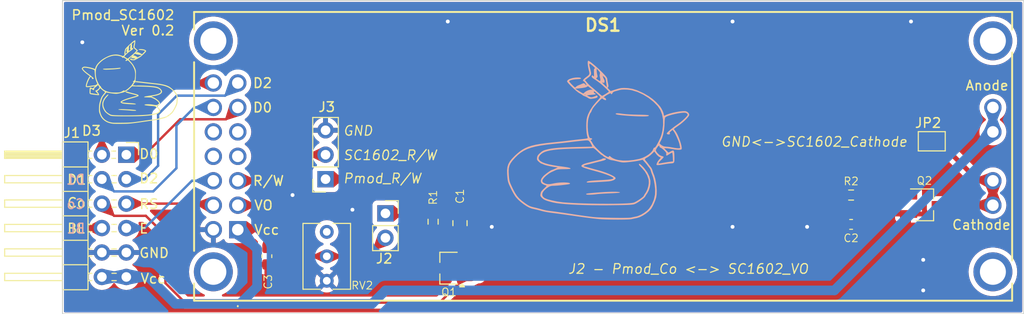
<source format=kicad_pcb>
(kicad_pcb (version 20240108) (generator "pcbnew") (generator_version "8.0")
  (layers (0 "F.Cu" signal) (31 "B.Cu" signal) (34 "B.Paste" user) (35 "F.Paste" user) (36 "B.SilkS" user "B.Silkscreen") (37 "F.SilkS" user "F.Silkscreen") (38 "B.Mask" user) (39 "F.Mask" user) (44 "Edge.Cuts" user))
  (net 0 "")
  (net 1 "GND")
  (net 2 "Net-(Q2-B)")
  (net 3 "VCC")
  (net 4 "Net-(DS1-VO)")
  (net 5 "/RS")
  (net 6 "Net-(JP2-A)")
  (net 7 "Net-(DS1-E)")
  (net 12 "/D0")
  (net 13 "/D3")
  (net 14 "/D2")
  (net 15 "/D1")
  (net 16 "/BackLight")
  (net 17 "/Contrast")
  (net 18 "Net-(J1-Pin_9)")
  (net 20 "Net-(J2-Pin_1)")
  (net 21 "/R{slash}W")
  (footprint "Connector_PinSocket_2.54mm:PinSocket_1x02_P2.54mm_Vertical" (layer "F.Cu") (at 120.777 96.393)
    (property "Reference" "J2" (at -0.127 4.699 0) (layer "F.SilkS"))
    (property "Value" "Conn_01x02")
    (pad "1" thru_hole rect (at 0 0) (size 1.7 1.7) (drill 1) (layers "*.Cu" "*.Mask") (net 20 "Net-(J2-Pin_1)"))
    (pad "2" thru_hole oval (at 0 2.54) (size 1.7 1.7) (drill 1) (layers "*.Cu" "*.Mask") (net 4 "Net-(DS1-VO)"))
  )
  (footprint "Capacitor_SMD:C_0603_1608Metric_Pad1.08x0.95mm_HandSolder" (layer "F.Cu") (at 169.164 97.536 180)
    (property "Reference" "C2" (at 0 -1.43 0) (layer "F.SilkS") (effects (font (size 0.8 0.8) (thickness 0.1))))
    (property "Value" "1u")
    (pad "1" smd roundrect (at -0.8625 0 180) (size 1.075 0.95) (layers "F.Cu" "F.Paste" "F.Mask") (net 2 "Net-(Q2-B)"))
    (pad "2" smd roundrect (at 0.8625 0 180) (size 1.075 0.95) (layers "F.Cu" "F.Paste" "F.Mask") (net 1 "GND"))
  )
  (footprint "Potentiometer_THT:Potentiometer_Vishay_T73XW_Horizontal" (layer "F.Cu") (at 114.681 98.313)
    (property "Reference" "RV2" (at 3.683 5.573 0) (layer "F.SilkS") (effects (font (size 0.8 0.8) (thickness 0.1))))
    (property "Value" "R_Potentiometer_Small")
    (pad "1" thru_hole circle (at 0 0) (size 1.44 1.44) (drill 0.8) (layers "*.Cu" "*.Mask"))
    (pad "2" thru_hole circle (at 0 2.54) (size 1.44 1.44) (drill 0.8) (layers "*.Cu" "*.Mask") (net 4 "Net-(DS1-VO)"))
    (pad "3" thru_hole circle (at 0 5.08) (size 1.44 1.44) (drill 0.8) (layers "*.Cu" "*.Mask") (net 1 "GND"))
  )
  (footprint "MyLibrary:Pmod" (layer "F.Cu") (at 82.553 90.297)
    (property "Reference" "J1" (at 5.645 -2.27 0) (layer "F.SilkS"))
    (property "Value" "Pmod_Header" (hide yes))
    (pad "1" thru_hole rect (at 11.3 0) (size 1.7 1.7) (drill 1) (layers "*.Cu" "*.Mask") (net 12 "/D0"))
    (pad "2" thru_hole oval (at 11.3 2.54) (size 1.7 1.7) (drill 1) (layers "*.Cu" "*.Mask") (net 14 "/D2"))
    (pad "3" thru_hole oval (at 11.3 5.08) (size 1.7 1.7) (drill 1) (layers "*.Cu" "*.Mask") (net 5 "/RS"))
    (pad "4" thru_hole oval (at 11.3 7.62) (size 1.7 1.7) (drill 1) (layers "*.Cu" "*.Mask") (net 7 "Net-(DS1-E)"))
    (pad "5" thru_hole oval (at 11.3 10.16) (size 1.7 1.7) (drill 1) (layers "*.Cu" "*.Mask") (net 1 "GND"))
    (pad "6" thru_hole oval (at 11.3 12.7) (size 1.7 1.7) (drill 1) (layers "*.Cu" "*.Mask") (net 3 "VCC"))
    (pad "7" thru_hole oval (at 8.76 0) (size 1.7 1.7) (drill 1) (layers "*.Cu" "*.Mask") (net 13 "/D3"))
    (pad "8" thru_hole oval (at 8.76 2.54) (size 1.7 1.7) (drill 1) (layers "*.Cu" "*.Mask") (net 15 "/D1"))
    (pad "9" thru_hole oval (at 8.76 5.08) (size 1.7 1.7) (drill 1) (layers "*.Cu" "*.Mask") (net 18 "Net-(J1-Pin_9)"))
    (pad "10" thru_hole oval (at 8.76 7.62) (size 1.7 1.7) (drill 1) (layers "*.Cu" "*.Mask") (net 16 "/BackLight"))
    (pad "11" thru_hole oval (at 8.76 10.16) (size 1.7 1.7) (drill 1) (layers "*.Cu" "*.Mask") (net 1 "GND"))
    (pad "12" thru_hole oval (at 8.76 12.7) (size 1.7 1.7) (drill 1) (layers "*.Cu" "*.Mask") (net 3 "VCC"))
  )
  (footprint "Package_TO_SOT_SMD:SC-59_Handsoldering" (layer "F.Cu") (at 176.784 95.504)
    (property "Reference" "Q2" (at 0 -2.5 0) (layer "F.SilkS") (effects (font (size 0.8 0.8) (thickness 0.1))))
    (property "Value" "Q_NPN_BEC")
    (pad "1" smd rect (at -1.65 -0.95) (size 1.8 0.8) (layers "F.Cu" "F.Paste" "F.Mask") (net 2 "Net-(Q2-B)"))
    (pad "2" smd rect (at -1.65 0.95) (size 1.8 0.8) (layers "F.Cu" "F.Paste" "F.Mask") (net 1 "GND"))
    (pad "3" smd rect (at 1.65 0) (size 1.8 0.8) (layers "F.Cu" "F.Paste" "F.Mask") (net 6 "Net-(JP2-A)"))
  )
  (footprint "Capacitor_SMD:C_0603_1608Metric_Pad1.08x0.95mm_HandSolder" (layer "F.Cu") (at 108.458 100.838 -90)
    (property "Reference" "C3" (at 2.667 -0.127 90) (layer "F.SilkS") (effects (font (size 0.8 0.8) (thickness 0.1))))
    (property "Value" "1u")
    (pad "1" smd roundrect (at -0.8625 0 270) (size 1.075 0.95) (layers "F.Cu" "F.Paste" "F.Mask") (net 3 "VCC"))
    (pad "2" smd roundrect (at 0.8625 0 270) (size 1.075 0.95) (layers "F.Cu" "F.Paste" "F.Mask") (net 1 "GND"))
  )
  (footprint "Capacitor_SMD:C_0805_2012Metric_Pad1.18x1.45mm_HandSolder" (layer "F.Cu") (at 128.524 97.407 -90)
    (property "Reference" "C1" (at -2.792 0 90) (layer "F.SilkS") (effects (font (size 0.8 0.8) (thickness 0.1))))
    (property "Value" "10u")
    (pad "1" smd roundrect (at -1.0375 0 270) (size 1.175 1.45) (layers "F.Cu" "F.Paste" "F.Mask") (roundrect_rratio 0.212766) (net 20 "Net-(J2-Pin_1)"))
    (pad "2" smd roundrect (at 1.0375 0 270) (size 1.175 1.45) (layers "F.Cu" "F.Paste" "F.Mask") (roundrect_rratio 0.212766) (net 1 "GND"))
  )
  (footprint "Resistor_SMD:R_0603_1608Metric_Pad0.98x0.95mm_HandSolder" (layer "F.Cu") (at 125.73 97.2585 90)
    (property "Reference" "R1" (at 2.5165 0 270) (layer "F.SilkS") (effects (font (size 0.8 0.8) (thickness 0.1))))
    (property "Value" "4.7k")
    (pad "1" smd roundrect (at -0.9125 0 90) (size 0.975 0.95) (layers "F.Cu" "F.Paste" "F.Mask") (net 17 "/Contrast"))
    (pad "2" smd roundrect (at 0.9125 0 90) (size 0.975 0.95) (layers "F.Cu" "F.Paste" "F.Mask") (net 20 "Net-(J2-Pin_1)"))
  )
  (footprint "Connector_PinSocket_2.54mm:PinSocket_1x03_P2.54mm_Vertical" (layer "F.Cu") (at 114.554 92.837 180)
    (property "Reference" "J3" (at -0.127 7.493 180) (layer "F.SilkS"))
    (property "Value" "Conn_01x03")
    (pad "1" thru_hole rect (at 0 0 180) (size 1.7 1.7) (drill 1) (layers "*.Cu" "*.Mask") (net 18 "Net-(J1-Pin_9)"))
    (pad "2" thru_hole oval (at 0 2.54 180) (size 1.7 1.7) (drill 1) (layers "*.Cu" "*.Mask") (net 21 "/R{slash}W"))
    (pad "3" thru_hole oval (at 0 5.08 180) (size 1.7 1.7) (drill 1) (layers "*.Cu" "*.Mask") (net 1 "GND"))
  )
  (footprint "samacsys:SC1602B" (layer "F.Cu") (at 105.436 98.0836)
    (property "Reference" "DS1" (at 37.947 -21.2486 0) (layer "F.SilkS") (effects (font (size 1.27 1.27) (thickness 0.254))))
    (property "Value" "SC1602B" (hide yes))
    (pad "1" thru_hole rect (at 0 0) (size 1.8 1.8) (drill 1.2) (layers "*.Cu" "*.Mask") (net 3 "VCC"))
    (pad "2" thru_hole circle (at -2.54 0) (size 1.8 1.8) (drill 1.2) (layers "*.Cu" "*.Mask") (net 1 "GND"))
    (pad "3" thru_hole circle (at 0 -2.54) (size 1.8 1.8) (drill 1.2) (layers "*.Cu" "*.Mask") (net 4 "Net-(DS1-VO)"))
    (pad "4" thru_hole circle (at -2.54 -2.54) (size 1.8 1.8) (drill 1.2) (layers "*.Cu" "*.Mask") (net 5 "/RS"))
    (pad "5" thru_hole circle (at 0 -5.08) (size 1.8 1.8) (drill 1.2) (layers "*.Cu" "*.Mask") (net 21 "/R{slash}W"))
    (pad "6" thru_hole circle (at -2.54 -5.08) (size 1.8 1.8) (drill 1.2) (layers "*.Cu" "*.Mask") (net 7 "Net-(DS1-E)"))
    (pad "7" thru_hole circle (at 0 -7.62) (size 1.8 1.8) (drill 1.2) (layers "*.Cu" "*.Mask"))
    (pad "8" thru_hole circle (at -2.54 -7.62) (size 1.8 1.8) (drill 1.2) (layers "*.Cu" "*.Mask"))
    (pad "9" thru_hole circle (at 0 -10.16) (size 1.8 1.8) (drill 1.2) (layers "*.Cu" "*.Mask"))
    (pad "10" thru_hole circle (at -2.54 -10.16) (size 1.8 1.8) (drill 1.2) (layers "*.Cu" "*.Mask"))
    (pad "11" thru_hole circle (at 0 -12.7) (size 1.8 1.8) (drill 1.2) (layers "*.Cu" "*.Mask") (net 12 "/D0"))
    (pad "12" thru_hole circle (at -2.54 -12.7) (size 1.8 1.8) (drill 1.2) (layers "*.Cu" "*.Mask") (net 15 "/D1"))
    (pad "13" thru_hole circle (at 0 -15.24) (size 1.8 1.8) (drill 1.2) (layers "*.Cu" "*.Mask") (net 14 "/D2"))
    (pad "14" thru_hole circle (at -2.54 -15.24) (size 1.8 1.8) (drill 1.2) (layers "*.Cu" "*.Mask") (net 13 "/D3"))
    (pad "A1" thru_hole circle (at 78.46 -12.7) (size 1.8 1.8) (drill 1.2) (layers "*.Cu" "*.Mask") (net 3 "VCC"))
    (pad "A2" thru_hole circle (at 78.46 -10.16) (size 1.8 1.8) (drill 1.2) (layers "*.Cu" "*.Mask") (net 3 "VCC"))
    (pad "K1" thru_hole circle (at 78.46 -5.08) (size 1.8 1.8) (drill 1.2) (layers "*.Cu" "*.Mask") (net 6 "Net-(JP2-A)"))
    (pad "K2" thru_hole circle (at 78.46 -2.54) (size 1.8 1.8) (drill 1.2) (layers "*.Cu" "*.Mask") (net 6 "Net-(JP2-A)"))
    (pad "MH1" thru_hole circle (at -2.54 4.38) (size 4.05 4.05) (drill 2.7) (layers "*.Cu" "*.Mask"))
    (pad "MH2" thru_hole circle (at -2.54 -19.62) (size 4.05 4.05) (drill 2.7) (layers "*.Cu" "*.Mask"))
    (pad "MH3" thru_hole circle (at 78.46 -19.62) (size 4.05 4.05) (drill 2.7) (layers "*.Cu" "*.Mask"))
    (pad "MH4" thru_hole circle (at 78.46 4.38) (size 4.05 4.05) (drill 2.7) (layers "*.Cu" "*.Mask"))
  )
  (footprint "MyLibrary:logo_kamo_ss" (layer "F.Cu") (at 94.107 82.804)
    (property "Reference" "G***" (hide yes))
    (property "Value" "LOGO" (hide yes))
  )
  (footprint "Resistor_SMD:R_0603_1608Metric_Pad0.98x0.95mm_HandSolder" (layer "F.Cu") (at 169.164 94.488)
    (property "Reference" "R2" (at 0 -1.43 0) (layer "F.SilkS") (effects (font (size 0.8 0.8) (thickness 0.1))))
    (property "Value" "4.7k")
    (pad "1" smd roundrect (at -0.9125 0) (size 0.975 0.95) (layers "F.Cu" "F.Paste" "F.Mask") (net 16 "/BackLight"))
    (pad "2" smd roundrect (at 0.9125 0) (size 0.975 0.95) (layers "F.Cu" "F.Paste" "F.Mask") (net 2 "Net-(Q2-B)"))
  )
  (footprint "Jumper:SolderJumper-2_P1.3mm_Open_TrianglePad1.0x1.5mm" (layer "F.Cu") (at 177.546 88.9 180)
    (property "Reference" "JP2" (at 0.381 1.905 180) (layer "F.SilkS"))
    (property "Value" "SolderJumper_2_Open")
    (pad "1" smd custom (at -0.725 0 180) (size 0.3 0.3) (layers "F.Cu" "F.Mask") (net 6 "Net-(JP2-A)") (options (clearance outline) (anchor rect)) (primitives (gr_poly (pts (xy 1 0) (xy 0.5 0.75) (xy -0.5 0.75) (xy -0.5 -0.75) (xy 0.5 -0.75)) (width 0) (fill yes))))
    (pad "2" smd custom (at 0.725 0 180) (size 0.3 0.3) (layers "F.Cu" "F.Mask") (net 1 "GND") (options (clearance outline) (anchor rect)) (primitives (gr_poly (pts (xy 0.5 0.75) (xy -0.65 0.75) (xy -0.15 0) (xy -0.65 -0.75) (xy 0.5 -0.75)) (width 0) (fill yes))))
  )
  (footprint "Package_TO_SOT_SMD:SC-59_Handsoldering" (layer "F.Cu") (at 127.381 102.0845 180)
    (property "Reference" "Q1" (at 0 -2.5 180) (layer "F.SilkS") (effects (font (size 0.8 0.8) (thickness 0.1))))
    (property "Value" "Q_NPN_BEC")
    (pad "1" smd roundrect (at -1.65 -0.95 180) (size 1.8 0.8) (layers "F.Cu" "F.Paste" "F.Mask") (net 18 "Net-(J1-Pin_9)"))
    (pad "2" smd roundrect (at -1.65 0.95 180) (size 1.8 0.8) (layers "F.Cu" "F.Paste" "F.Mask") (net 1 "GND"))
    (pad "3" smd roundrect (at 1.65 0 180) (size 1.8 0.8) (layers "F.Cu" "F.Paste" "F.Mask") (net 17 "/Contrast"))
  )
  (footprint "MyLibrary:kamo20" (layer "B.Cu") (at 143.002 89.789 180)
    (property "Reference" "G***" (hide yes))
    (property "Value" "LOGO" (hide yes))
  )
  (gr_rect (start 87.2236 74.2696) (end 187.0964 106.8324) (stroke (width 0.1)) (fill none) (layer "Edge.Cuts"))
  (gr_text "Co" (at 89.662 96.012 0) (layer "B.SilkS") (effects (font (size 1 1)) (justify left bottom mirror)))
  (gr_text "BL" (at 89.662 98.552 0) (layer "B.SilkS") (effects (font (size 1 1)) (justify left bottom mirror)))
  (gr_text "D1" (at 89.662 93.472 0) (layer "B.SilkS") (effects (font (size 1 1)) (justify left bottom mirror)))
  (gr_text "GND" (at 95.123 101.092 0) (layer "F.SilkS") (effects (font (size 1 1)) (justify left bottom)))
  (gr_text "RS" (at 95.123 96.012 0) (layer "F.SilkS") (effects (font (size 1 1)) (justify left bottom)))
  (gr_text "E" (at 95.123 98.552 0) (layer "F.SilkS") (effects (font (size 1 1)) (justify left bottom)))
  (gr_text "Pmod_R/W" (at 116.332 93.345 0) (layer "F.SilkS") (effects (font (size 1 1) (thickness 0.125) (italic yes)) (justify left bottom)))
  (gr_text "D1" (at 87.63 93.472 0) (layer "F.SilkS") (effects (font (size 1 1)) (justify left bottom)))
  (gr_text "Anode" (at 180.975 83.693 0) (layer "F.SilkS") (effects (font (size 1 1)) (justify left bottom)))
  (gr_text "Pmod_SC1602\n    Ver 0.2" (at 98.933 77.978 0) (layer "F.SilkS") (effects (font (size 1 1)) (justify right bottom)))
  (gr_text "Vcc" (at 95.25 103.759 0) (layer "F.SilkS") (effects (font (size 1 1)) (justify left bottom)))
  (gr_text "Cathode" (at 179.578 98.171 0) (layer "F.SilkS") (effects (font (size 1 1)) (justify left bottom)))
  (gr_text "VO" (at 107.061 96.139 0) (layer "F.SilkS") (effects (font (size 1 1)) (justify left bottom)))
  (gr_text "Vcc" (at 107.061 98.679 0) (layer "F.SilkS") (effects (font (size 1 1)) (justify left bottom)))
  (gr_text "D2" (at 95.123 93.345 0) (layer "F.SilkS") (effects (font (size 1 1)) (justify left bottom)))
  (gr_text "BL" (at 87.63 98.552 0) (layer "F.SilkS") (effects (font (size 1 1)) (justify left bottom)))
  (gr_text "SC1602_R/W" (at 116.332 90.932 0) (layer "F.SilkS") (effects (font (size 1 1) (thickness 0.125) (italic yes)) (justify left bottom)))
  (gr_text "R/W" (at 106.934 93.599 0) (layer "F.SilkS") (effects (font (size 1 1)) (justify left bottom)))
  (gr_text "GND<->SC1602_Cathode" (at 155.575 89.535 0) (layer "F.SilkS") (effects (font (size 1 1) (thickness 0.125) (italic yes)) (justify left bottom)))
  (gr_text "D0" (at 95.123 90.805 0) (layer "F.SilkS") (effects (font (size 1 1)) (justify left bottom)))
  (gr_text "J2 - Pmod_Co <-> SC1602_VO" (at 139.7 102.743 0) (layer "F.SilkS") (effects (font (size 1 1) (thickness 0.125) (italic yes)) (justify left bottom)))
  (gr_text "D0" (at 106.934 85.979 0) (layer "F.SilkS") (effects (font (size 1 1)) (justify left bottom)))
  (gr_text "D3" (at 89.154 88.392 0) (layer "F.SilkS") (effects (font (size 1 1)) (justify left bottom)))
  (gr_text "Co" (at 87.63 95.885 0) (layer "F.SilkS") (effects (font (size 1 1)) (justify left bottom)))
  (gr_text "GND" (at 116.332 88.392 0) (layer "F.SilkS") (effects (font (size 1 1) (thickness 0.125) (italic yes)) (justify left bottom)))
  (gr_text "D2" (at 106.934 83.439 0) (layer "F.SilkS") (effects (font (size 1 1)) (justify left bottom)))
  (via (at 89.281 78.613) (size 0.8) (drill 0.4) (layers "F.Cu" "B.Cu") (net 1))
  (via (at 176.657 104.394) (size 0.8) (drill 0.4) (layers "F.Cu" "B.Cu") (net 1))
  (via (at 175.387 76.454) (size 0.8) (drill 0.4) (layers "F.Cu" "B.Cu") (net 1))
  (via (at 156.845 97.79) (size 0.8) (drill 0.4) (layers "F.Cu" "B.Cu") (net 1))
  (via (at 176.657 101.219) (size 0.8) (drill 0.4) (layers "F.Cu" "B.Cu") (net 1))
  (via (at 117.348 96.012) (size 0.8) (drill 0.4) (layers "F.Cu" "B.Cu") (net 1))
  (via (at 111.125 94.488) (size 0.8) (drill 0.4) (layers "F.Cu" "B.Cu") (net 1))
  (via (at 131.826 97.79) (size 0.8) (drill 0.4) (layers "F.Cu" "B.Cu") (net 1))
  (via (at 127.254 76.454) (size 0.8) (drill 0.4) (layers "F.Cu" "B.Cu") (net 1))
  (via (at 156.845 76.454) (size 0.8) (drill 0.4) (layers "F.Cu" "B.Cu") (net 1))
  (via (at 164.592 97.79) (size 0.8) (drill 0.4) (layers "F.Cu" "B.Cu") (net 1))
  (segment (start 170.0765 94.488) (end 170.1425 94.554) (width 0.25) (layer "F.Cu") (net 2))
  (segment (start 170.0265 94.538) (end 170.0765 94.488) (width 0.25) (layer "F.Cu") (net 2))
  (segment (start 170.1425 94.554) (end 175.134 94.554) (width 0.25) (layer "F.Cu") (net 2))
  (segment (start 170.0265 97.536) (end 170.0265 94.538) (width 0.25) (layer "F.Cu") (net 2))
  (segment (start 108.458 99.9755) (end 108.458 99.187) (width 0.5) (layer "F.Cu") (net 3))
  (segment (start 107.3546 98.0836) (end 105.436 98.0836) (width 0.5) (layer "F.Cu") (net 3))
  (segment (start 108.458 99.187) (end 107.3546 98.0836) (width 0.5) (layer "F.Cu") (net 3))
  (segment (start 105.664 105.791) (end 107.442 104.013) (width 1) (layer "B.Cu") (net 3))
  (segment (start 120.777 104.394) (end 167.4256 104.394) (width 1) (layer "B.Cu") (net 3))
  (segment (start 167.4256 104.394) (end 183.896 87.9236) (width 1) (layer "B.Cu") (net 3))
  (segment (start 107.442 104.013) (end 107.442 102.108) (width 1) (layer "B.Cu") (net 3))
  (segment (start 169.5592 102.2604) (end 169.5358 102.237) (width 0.5) (layer "B.Cu") (net 3))
  (segment (start 183.896 87.9236) (end 183.896 85.3836) (width 0.5) (layer "B.Cu") (net 3))
  (segment (start 119.38 105.791) (end 120.777 104.394) (width 1) (layer "B.Cu") (net 3))
  (segment (start 91.313 102.997) (end 93.853 102.997) (width 1) (layer "B.Cu") (net 3))
  (segment (start 105.664 105.791) (end 119.38 105.791) (width 1) (layer "B.Cu") (net 3))
  (segment (start 96.139 102.997) (end 98.933 105.791) (width 1) (layer "B.Cu") (net 3))
  (segment (start 98.933 105.791) (end 105.664 105.791) (width 1) (layer "B.Cu") (net 3))
  (segment (start 107.442 100.0896) (end 105.436 98.0836) (width 1) (layer "B.Cu") (net 3))
  (segment (start 107.442 102.108) (end 107.442 100.0896) (width 1) (layer "B.Cu") (net 3))
  (segment (start 93.853 102.997) (end 96.139 102.997) (width 1) (layer "B.Cu") (net 3))
  (segment (start 112.156 100.853) (end 114.681 100.853) (width 0.25) (layer "F.Cu") (net 4))
  (segment (start 108.8786 95.5436) (end 111.379 98.044) (width 0.25) (layer "F.Cu") (net 4))
  (segment (start 111.379 100.076) (end 112.156 100.853) (width 0.25) (layer "F.Cu") (net 4))
  (segment (start 118.857 100.853) (end 120.777 98.933) (width 0.25) (layer "F.Cu") (net 4))
  (segment (start 105.436 95.5436) (end 108.8786 95.5436) (width 0.25) (layer "F.Cu") (net 4))
  (segment (start 114.681 100.853) (end 118.857 100.853) (width 0.25) (layer "F.Cu") (net 4))
  (segment (start 111.379 98.044) (end 111.379 100.076) (width 0.25) (layer "F.Cu") (net 4))
  (segment (start 102.7294 95.377) (end 102.896 95.5436) (width 0.25) (layer "F.Cu") (net 5))
  (segment (start 93.853 95.377) (end 102.7294 95.377) (width 0.25) (layer "F.Cu") (net 5))
  (segment (start 182.3746 93.0036) (end 178.398 89.027) (width 0.5) (layer "F.Cu") (net 6))
  (segment (start 183.896 95.5436) (end 183.896 93.0036) (width 0.5) (layer "F.Cu") (net 6))
  (segment (start 183.8564 95.504) (end 183.896 95.5436) (width 0.25) (layer "F.Cu") (net 6))
  (segment (start 178.434 95.504) (end 183.8564 95.504) (width 0.5) (layer "F.Cu") (net 6))
  (segment (start 183.896 93.0036) (end 182.3746 93.0036) (width 0.5) (layer "F.Cu") (net 6))
  (segment (start 100.6714 93.0036) (end 102.896 93.0036) (width 0.25) (layer "B.Cu") (net 7))
  (segment (start 93.853 97.917) (end 95.758 97.917) (width 0.25) (layer "B.Cu") (net 7))
  (segment (start 95.758 97.917) (end 100.6714 93.0036) (width 0.25) (layer "B.Cu") (net 7))
  (segment (start 104.2056 86.614) (end 105.436 85.3836) (width 0.25) (layer "F.Cu") (net 12))
  (segment (start 93.853 90.297) (end 95.758 90.297) (width 0.25) (layer "F.Cu") (net 12))
  (segment (start 99.441 86.614) (end 104.2056 86.614) (width 0.25) (layer "F.Cu") (net 12))
  (segment (start 95.758 90.297) (end 99.441 86.614) (width 0.25) (layer "F.Cu") (net 12))
  (segment (start 91.313 90.297) (end 91.313 88.265) (width 0.25) (layer "F.Cu") (net 13))
  (segment (start 96.7344 82.8436) (end 102.896 82.8436) (width 0.25) (layer "F.Cu") (net 13))
  (segment (start 91.313 88.265) (end 96.7344 82.8436) (width 0.25) (layer "F.Cu") (net 13))
  (segment (start 93.853 92.837) (end 95.758 92.837) (width 0.25) (layer "B.Cu") (net 14))
  (segment (start 97.155 86.106) (end 99.1024 84.1586) (width 0.25) (layer "B.Cu") (net 14))
  (segment (start 97.155 91.44) (end 97.155 86.106) (width 0.25) (layer "B.Cu") (net 14))
  (segment (start 95.758 92.837) (end 97.155 91.44) (width 0.25) (layer "B.Cu") (net 14))
  (segment (start 104.121 84.1586) (end 105.436 82.8436) (width 0.25) (layer "B.Cu") (net 14))
  (segment (start 99.1024 84.1586) (end 104.121 84.1586) (width 0.25) (layer "B.Cu") (net 14))
  (segment (start 92.583 94.107) (end 96.647 94.107) (width 0.25) (layer "B.Cu") (net 15))
  (segment (start 91.313 92.837) (end 92.583 94.107) (width 0.25) (layer "B.Cu") (net 15))
  (segment (start 99.06 87.249) (end 100.9254 85.3836) (width 0.25) (layer "B.Cu") (net 15))
  (segment (start 100.9254 85.3836) (end 102.896 85.3836) (width 0.25) (layer "B.Cu") (net 15))
  (segment (start 96.647 94.107) (end 99.06 91.694) (width 0.25) (layer "B.Cu") (net 15))
  (segment (start 99.06 91.694) (end 99.06 87.249) (width 0.25) (layer "B.Cu") (net 15))
  (segment (start 88.773 97.028) (end 88.773 87.503) (width 0.25) (layer "F.Cu") (net 16))
  (segment (start 91.313 97.917) (end 89.662 97.917) (width 0.25) (layer "F.Cu") (net 16))
  (segment (start 155.0435 81.28) (end 168.2515 94.488) (width 0.25) (layer "F.Cu") (net 16))
  (segment (start 94.996 81.28) (end 155.0435 81.28) (width 0.25) (layer "F.Cu") (net 16))
  (segment (start 88.773 87.503) (end 94.996 81.28) (width 0.25) (layer "F.Cu") (net 16))
  (segment (start 89.662 97.917) (end 88.773 97.028) (width 0.25) (layer "F.Cu") (net 16))
  (segment (start 125.731 102.0845) (end 125.731 98.172) (width 0.25) (layer "F.Cu") (net 17))
  (segment (start 125.731 98.172) (end 125.73 98.171) (width 0.25) (layer "F.Cu") (net 17))
  (segment (start 130.683 92.837) (end 133.985 96.139) (width 0.25) (layer "F.Cu") (net 18))
  (segment (start 126.4015 105.664) (end 129.031 103.0345) (width 0.25) (layer "F.Cu") (net 18))
  (segment (start 95.885 96.647) (end 97.917 98.679) (width 0.25) (layer "F.Cu") (net 18))
  (segment (start 130.5185 103.0345) (end 129.031 103.0345) (width 0.25) (layer "F.Cu") (net 18))
  (segment (start 97.917 98.679) (end 97.917 103.632) (width 0.25) (layer "F.Cu") (net 18))
  (segment (start 133.985 99.568) (end 130.5185 103.0345) (width 0.25) (layer "F.Cu") (net 18))
  (segment (start 133.985 96.139) (end 133.985 99.568) (width 0.25) (layer "F.Cu") (net 18))
  (segment (start 97.917 103.632) (end 99.949 105.664) (width 0.25) (layer "F.Cu") (net 18))
  (segment (start 91.313 95.377) (end 92.583 96.647) (width 0.25) (layer "F.Cu") (net 18))
  (segment (start 114.554 92.837) (end 130.683 92.837) (width 0.25) (layer "F.Cu") (net 18))
  (segment (start 99.949 105.664) (end 126.4015 105.664) (width 0.25) (layer "F.Cu") (net 18))
  (segment (start 92.583 96.647) (end 95.885 96.647) (width 0.25) (layer "F.Cu") (net 18))
  (segment (start 125.937 96.346) (end 125.9605 96.3695) (width 0.25) (layer "F.Cu") (net 20))
  (segment (start 120.777 96.393) (end 125.683 96.393) (width 0.25) (layer "F.Cu") (net 20))
  (segment (start 125.683 96.393) (end 125.73 96.346) (width 0.25) (layer "F.Cu") (net 20))
  (segment (start 125.73 96.346) (end 125.937 96.346) (width 0.25) (layer "F.Cu") (net 20))
  (segment (start 125.9605 96.3695) (end 128.524 96.3695) (width 0.25) (layer "F.Cu") (net 20))
  (segment (start 110.236 90.297) (end 114.554 90.297) (width 0.25) (layer "F.Cu") (net 21))
  (segment (start 105.436 93.0036) (end 107.5294 93.0036) (width 0.25) (layer "F.Cu") (net 21))
  (segment (start 107.5294 93.0036) (end 110.236 90.297) (width 0.25) (layer "F.Cu") (net 21))
  (zone (net 1) (net_name "GND") (layer "F.Cu") (connect_pads (clearance 0.5)) (min_thickness 0.25) (fill yes (thermal_gap 0.5) (thermal_bridge_width 0.5))
    (polygon (pts (xy 87.376 74.422) (xy 186.944 74.422) (xy 186.944 106.68) (xy 87.376 106.68)))
  )
  (zone (net 1) (net_name "GND") (layer "B.Cu") (connect_pads (clearance 0.5)) (min_thickness 0.25) (fill yes (thermal_gap 0.5) (thermal_bridge_width 0.5))
    (polygon (pts (xy 87.376 74.422) (xy 186.944 74.422) (xy 186.944 106.68) (xy 87.376 106.68)))
  )
)
</source>
